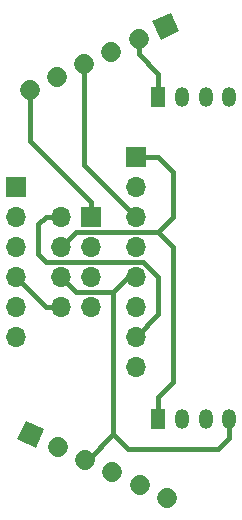
<source format=gtl>
G04 #@! TF.FileFunction,Copper,L1,Top,Signal*
%FSLAX46Y46*%
G04 Gerber Fmt 4.6, Leading zero omitted, Abs format (unit mm)*
G04 Created by KiCad (PCBNEW 4.0.7) date 05/17/20 12:10:28*
%MOMM*%
%LPD*%
G01*
G04 APERTURE LIST*
%ADD10C,0.100000*%
%ADD11R,1.700000X1.700000*%
%ADD12O,1.700000X1.700000*%
%ADD13R,1.200000X1.700000*%
%ADD14O,1.200000X1.700000*%
%ADD15C,1.700000*%
%ADD16C,0.400000*%
G04 APERTURE END LIST*
D10*
D11*
X69850000Y-60960000D03*
D12*
X67310000Y-60960000D03*
X69850000Y-63500000D03*
X67310000Y-63500000D03*
X69850000Y-66040000D03*
X67310000Y-66040000D03*
X69850000Y-68580000D03*
X67310000Y-68580000D03*
D13*
X75565000Y-50800000D03*
D14*
X77565000Y-50800000D03*
X79565000Y-50800000D03*
X81565000Y-50800000D03*
D13*
X75565000Y-78105000D03*
D14*
X77565000Y-78105000D03*
X79565000Y-78105000D03*
X81565000Y-78105000D03*
D11*
X73660000Y-55880000D03*
D12*
X73660000Y-58420000D03*
X73660000Y-60960000D03*
X73660000Y-63500000D03*
X73660000Y-66040000D03*
X73660000Y-68580000D03*
X73660000Y-71120000D03*
X73660000Y-73660000D03*
D10*
G36*
X65181136Y-80504587D02*
X63640413Y-79786136D01*
X64358864Y-78245413D01*
X65899587Y-78963864D01*
X65181136Y-80504587D01*
X65181136Y-80504587D01*
G37*
D15*
X67072022Y-80448450D02*
X67072022Y-80448450D01*
X69374044Y-81521901D02*
X69374044Y-81521901D01*
X71676065Y-82595351D02*
X71676065Y-82595351D01*
X73978087Y-83668802D02*
X73978087Y-83668802D01*
X76280109Y-84742252D02*
X76280109Y-84742252D01*
D11*
X63500000Y-58420000D03*
D12*
X63500000Y-60960000D03*
X63500000Y-63500000D03*
X63500000Y-66040000D03*
X63500000Y-68580000D03*
X63500000Y-71120000D03*
D10*
G36*
X75070413Y-44419864D02*
X76611136Y-43701413D01*
X77329587Y-45242136D01*
X75788864Y-45960587D01*
X75070413Y-44419864D01*
X75070413Y-44419864D01*
G37*
D15*
X73897978Y-45904450D02*
X73897978Y-45904450D01*
X71595956Y-46977901D02*
X71595956Y-46977901D01*
X69293935Y-48051351D02*
X69293935Y-48051351D01*
X66991913Y-49124802D02*
X66991913Y-49124802D01*
X64689891Y-50198252D02*
X64689891Y-50198252D01*
D16*
X64689891Y-50198252D02*
X64689891Y-54529891D01*
X69850000Y-59690000D02*
X69850000Y-60960000D01*
X64689891Y-54529891D02*
X69850000Y-59690000D01*
X67310000Y-60960000D02*
X66040000Y-60960000D01*
X66040000Y-64770000D02*
X66747700Y-64770000D01*
X65405000Y-64135000D02*
X66040000Y-64770000D01*
X65405000Y-61595000D02*
X65405000Y-64135000D01*
X66040000Y-60960000D02*
X65405000Y-61595000D01*
X67310000Y-60960000D02*
X66675000Y-60960000D01*
X66747700Y-64770000D02*
X74295000Y-64770000D01*
X75565000Y-69215000D02*
X73660000Y-71120000D01*
X75565000Y-66040000D02*
X75565000Y-69215000D01*
X74295000Y-64770000D02*
X75565000Y-66040000D01*
X75565000Y-62230000D02*
X76835000Y-60960000D01*
X76835000Y-57150000D02*
X75565000Y-55880000D01*
X76835000Y-60960000D02*
X76835000Y-57150000D01*
X75565000Y-55880000D02*
X73660000Y-55880000D01*
X75565000Y-62230000D02*
X76835000Y-63500000D01*
X76835000Y-74930000D02*
X75565000Y-76200000D01*
X76835000Y-63500000D02*
X76835000Y-74930000D01*
X75565000Y-76200000D02*
X75565000Y-78105000D01*
X75565000Y-78105000D02*
X75565000Y-76200000D01*
X73660000Y-55880000D02*
X75565000Y-55880000D01*
X68580000Y-62230000D02*
X67310000Y-63500000D01*
X75565000Y-62230000D02*
X68580000Y-62230000D01*
X73897978Y-45904450D02*
X73897978Y-47227978D01*
X75565000Y-48895000D02*
X75565000Y-50800000D01*
X73897978Y-47227978D02*
X75565000Y-48895000D01*
X71755000Y-79375000D02*
X73025000Y-80645000D01*
X71755000Y-67310000D02*
X71755000Y-79375000D01*
X71755000Y-79375000D02*
X69608099Y-81521901D01*
X67310000Y-66040000D02*
X68580000Y-67310000D01*
X71755000Y-67310000D02*
X73025000Y-66040000D01*
X68580000Y-67310000D02*
X71755000Y-67310000D01*
X73025000Y-66040000D02*
X73660000Y-66040000D01*
X69374044Y-81521901D02*
X69608099Y-81521901D01*
X81565000Y-79725000D02*
X81565000Y-78105000D01*
X73025000Y-80645000D02*
X80645000Y-80645000D01*
X80645000Y-80645000D02*
X81565000Y-79725000D01*
X63500000Y-66040000D02*
X63519700Y-66040000D01*
X63519700Y-66040000D02*
X66059700Y-68580000D01*
X66059700Y-68580000D02*
X67310000Y-68580000D01*
X69293935Y-48051351D02*
X69293935Y-56593935D01*
X69293935Y-56593935D02*
X73660000Y-60960000D01*
X67310000Y-68580000D02*
X66059700Y-68580000D01*
M02*

</source>
